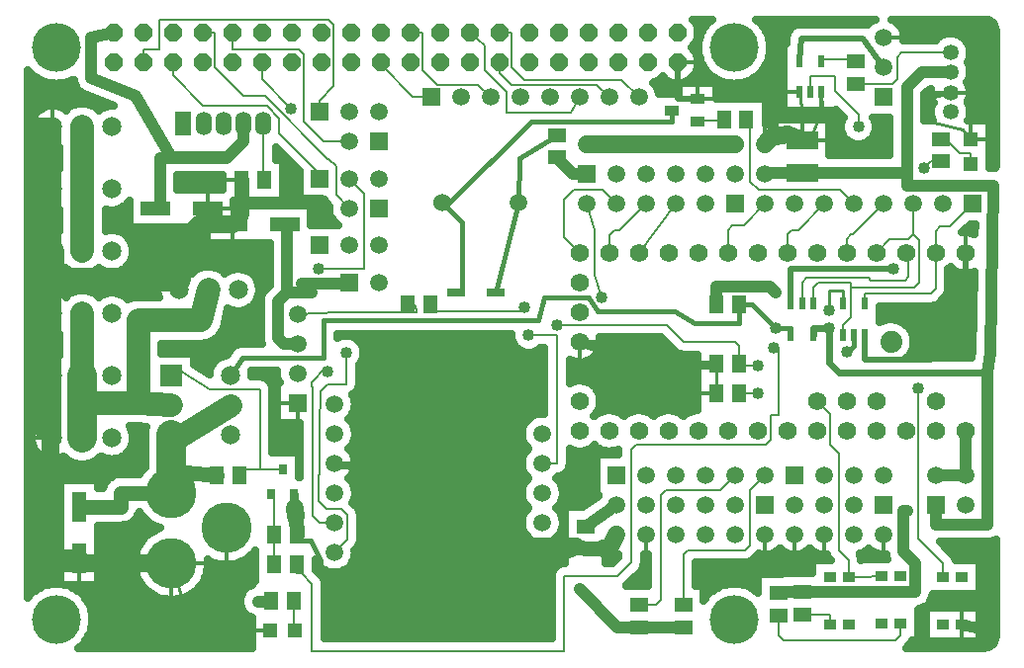
<source format=gtl>
G04 DipTrace 3.0.0.0*
G04 TeensyArbotixProRPI.gtl*
%MOIN*%
G04 #@! TF.FileFunction,Copper,L1,Top*
G04 #@! TF.Part,Single*
%AMOUTLINE0*5,1,8,0,0,0.065199,-22.499571*%
G04 #@! TA.AperFunction,ViaPad*
%ADD13C,0.04*%
G04 #@! TA.AperFunction,Conductor*
%ADD14C,0.01*%
G04 #@! TA.AperFunction,CopperBalancing*
%ADD15C,0.025*%
G04 #@! TA.AperFunction,Conductor*
%ADD16C,0.023622*%
%ADD17C,0.02*%
%ADD18C,0.008*%
%ADD19C,0.015*%
G04 #@! TA.AperFunction,ComponentPad*
%ADD20C,0.06*%
G04 #@! TA.AperFunction,ViaPad*
%ADD21C,0.05*%
G04 #@! TA.AperFunction,Conductor*
%ADD22C,0.059055*%
%ADD23C,0.051181*%
%ADD24C,0.08*%
%ADD26C,0.035433*%
%ADD28C,0.03*%
%ADD29C,0.031496*%
%ADD30C,0.1*%
%ADD31C,0.075*%
G04 #@! TA.AperFunction,CopperBalancing*
%ADD33C,0.013*%
G04 #@! TA.AperFunction,ComponentPad*
%ADD34C,0.059055*%
%ADD36R,0.05X0.1*%
%ADD37R,0.1X0.05*%
%ADD38R,0.106299X0.062992*%
%ADD39R,0.059055X0.051181*%
G04 #@! TA.AperFunction,ComponentPad*
%ADD40R,0.059055X0.059055*%
%ADD41R,0.062992X0.031496*%
G04 #@! TA.AperFunction,ComponentPad*
%ADD42C,0.17*%
%ADD45C,0.065199*%
%ADD46R,0.047244X0.047244*%
G04 #@! TA.AperFunction,ComponentPad*
%ADD47C,0.05315*%
%ADD48R,0.051181X0.033465*%
G04 #@! TA.AperFunction,ComponentPad*
%ADD49R,0.074803X0.074803*%
%ADD50C,0.074803*%
%ADD51R,0.031496X0.035433*%
%ADD52R,0.051181X0.059055*%
%ADD54R,0.03937X0.035433*%
G04 #@! TA.AperFunction,ComponentPad*
%ADD57C,0.074*%
%ADD59R,0.023622X0.043307*%
G04 #@! TA.AperFunction,ComponentPad*
%ADD60R,0.055X0.08*%
%ADD61O,0.055X0.08*%
%ADD62C,0.06194*%
G04 #@! TA.AperFunction,ViaPad*
%ADD64C,0.165*%
G04 #@! TA.AperFunction,ComponentPad*
%ADD128OUTLINE0*%
%FSLAX26Y26*%
G04*
G70*
G90*
G75*
G01*
G04 Top*
%LPD*%
X3133701Y1573701D2*
D14*
Y1641701D1*
X3181299D1*
Y1596851D1*
X2418701Y918701D2*
D13*
X2313974Y845654D1*
X1518701Y1668701D2*
X1515851Y1665851D1*
X1359551D1*
X1391701Y1633701D1*
X1308701D1*
Y1863701D1*
X1301201D1*
X1308701Y1633701D2*
X1279701Y1604701D1*
Y1481654D1*
X1299229Y1462126D1*
X1343701D1*
X2293701Y633701D2*
X2421103Y506299D1*
X2493701D1*
X2553701D1*
X2643701D1*
X3043701Y623774D2*
X3425701D1*
Y721399D1*
X3384774Y762326D1*
Y898211D1*
X3396743D1*
X2963816Y620711D2*
Y623774D1*
X3043701D1*
X3081103Y1490551D2*
D16*
Y1513701D1*
X3133701D1*
Y1397701D1*
X3167701Y1363701D1*
X3667082D1*
D13*
X3677025Y1429855D1*
X3687520Y1995701D1*
X3397701D1*
Y2038583D1*
Y2327701D1*
X3448701Y2378701D1*
X3543701D1*
X1160701Y2203701D2*
Y2144162D1*
X1105790Y2089251D1*
X880012D1*
Y1918701D1*
X866201D1*
X2318701Y2033701D2*
X2272103D1*
X2218701Y2087103D1*
Y2091299D1*
X2918701Y2033701D2*
X2923583Y2038583D1*
X3043701D1*
X2953701Y1633701D2*
X2933701Y1653701D1*
X2756299D1*
Y1593701D1*
X3667082Y1363701D2*
Y851612D1*
X3493701D1*
Y918701D1*
X1210135Y592702D2*
X1247899D1*
X1256299Y601103D1*
Y593701D1*
X1160701Y2143470D2*
X1109082Y2091851D1*
X919171D1*
X796544Y2299227D1*
X649486Y2357574D1*
Y2495679D1*
X723229Y2510630D1*
X3043701Y2038583D2*
X3397701D1*
X3318701Y2393701D2*
D17*
X3249285Y2490641D1*
X3039962D1*
X3036975Y2457591D1*
X3033226Y2416107D1*
X2894215Y1388044D2*
D18*
X2831103D1*
Y1393701D1*
Y1456299D1*
X2818701Y1468701D1*
X2643701D1*
X2586805Y1525597D1*
X2217710D1*
Y1523818D1*
X2106701Y1583701D2*
X2104570D1*
Y1572215D1*
X1805971D1*
X1784486Y1593701D1*
X1791103D1*
X3312205Y679286D2*
X3277889D1*
X3273701Y675099D1*
X3200197D1*
X2893701Y1293701D2*
X2831103D1*
X3200197Y675099D2*
Y731701D1*
X3167701Y764197D1*
Y1089701D1*
X3137701Y1119701D1*
Y1224701D1*
X3093701Y1268701D1*
X1507616Y1430777D2*
Y1326091D1*
X1446494D1*
X1422457Y1302054D1*
Y1243360D1*
X1417021Y1237924D1*
Y1020685D1*
X1416050Y1021656D1*
Y929765D1*
X1440818Y904998D1*
X1490404D1*
X1511701Y883701D1*
Y800505D1*
X1468701Y757505D1*
X1413385Y1715036D2*
X1569481D1*
Y1967921D1*
X1518701Y2018701D1*
X1443701Y1368701D2*
Y1373554D1*
X1439532D1*
Y1379958D1*
X1391824Y1332251D1*
Y1316995D1*
X1393282D1*
Y1004649D1*
X1394074Y1003857D1*
Y882066D1*
X1418634Y857505D1*
X1468701D1*
X2393701Y1768701D2*
Y1827701D1*
X2410397Y1844397D1*
X2429397D1*
X2518701Y1933701D1*
X2318701D2*
X2343701Y1843701D1*
Y1693701D1*
X2368701Y1618701D1*
X3618701Y1933701D2*
X3542701Y1857701D1*
X3509701D1*
X3493701Y1841701D1*
Y1768701D1*
Y1647701D1*
X3477701Y1631701D1*
X3256103D1*
Y1596851D1*
X3393701Y1768701D2*
X3400788D1*
Y1686622D1*
X3390295Y1676130D1*
X3275074D1*
X3267503Y1683701D1*
X3059701D1*
X3043701Y1667701D1*
Y1596851D1*
X2493701Y1768701D2*
X2618701Y1933701D1*
X2293701Y1768701D2*
X2241701Y1820701D1*
Y1947701D1*
X2274701Y1980701D1*
X2371701D1*
X2418701Y1933701D1*
X2818701Y1018701D2*
X2767701Y967701D1*
X2583701D1*
X2567701Y951701D1*
Y597103D1*
X2551701Y581103D1*
X2493701D1*
X2918701Y1018701D2*
X2867701Y967701D1*
Y781701D1*
X2851701Y765701D1*
X2659701D1*
X2643701Y749701D1*
Y581103D1*
X3081103Y1596851D2*
Y1651701D1*
X3097103Y1667701D1*
X3207701D1*
Y1651701D1*
X3421701D1*
X3437701Y1667701D1*
Y1810701D1*
X3418701Y1829701D1*
X3402701Y1813701D1*
X3338701D1*
X3293701Y1768701D1*
X3207701Y1651701D2*
Y1552103D1*
X3181299Y1525701D1*
Y1490551D1*
X3418701Y1829701D2*
Y1933701D1*
X2949546Y1448400D2*
X2954660Y1443286D1*
X2965219D1*
Y1219816D1*
X2937701D1*
Y1137701D1*
X2921701Y1121701D1*
X2483701D1*
X2467701Y1105701D1*
Y723701D1*
X2422436Y678436D1*
X2242893D1*
Y425701D1*
X1392815D1*
Y651608D1*
X1357066Y687357D1*
X1341103D1*
Y718701D1*
X3193701Y1768701D2*
Y1813701D1*
X3209701Y1829701D1*
X3214701D1*
X3318701Y1933701D1*
X3218701D2*
X3172701Y1979701D1*
X2897760D1*
X2868701Y2008760D1*
Y2236961D1*
X2856103D1*
Y2218701D1*
X3118701Y1933701D2*
X3030701Y1845701D1*
X3009701D1*
X2993701Y1829701D1*
Y1768701D1*
X3453701Y2053701D2*
X3476925Y2076925D1*
X3510040D1*
X3233701Y2193701D2*
Y2235181D1*
X3154866Y2314016D1*
Y2364348D1*
X3070628D1*
Y2309807D1*
X2793701Y1768701D2*
Y1845701D1*
X2809701Y1861701D1*
X2846701D1*
X2918701Y1933701D1*
X3006299Y1490551D2*
D19*
Y1513701D1*
X2953701D1*
X2873701Y1593701D1*
X2831103D1*
X3193701Y1433701D2*
X3198701D1*
X3218701Y1453701D1*
Y1490551D1*
X2831103Y1593701D2*
Y1532029D1*
X2682369D1*
X2615301Y1570751D1*
X2354326D1*
X2323919Y1618701D1*
X2176101D1*
X2153353Y1539701D1*
X1430809D1*
Y1415966D1*
X1156572D1*
X1118701Y1353701D1*
X607452Y737685D2*
D20*
X512765D1*
Y1168087D1*
X518701Y1143701D1*
X607452Y737685D2*
D21*
X531730D1*
D20*
X547565Y721851D1*
X918701D1*
D14*
X983874Y501731D1*
X1189030Y493701D1*
X1252362D1*
X1041201Y1918701D2*
D21*
Y1863701D1*
D20*
X1126201D1*
X1156299Y2013701D2*
D23*
Y1934208D1*
D20*
X1153070Y1898670D1*
D21*
X1126201Y1863701D1*
X943701Y1643701D2*
D20*
Y1678044D1*
Y1796470D1*
X1010932Y1863701D1*
X1041201D1*
X518701Y1773701D2*
D24*
Y1678044D1*
X943701D1*
X518701Y2193701D2*
D20*
Y1983701D1*
Y1773701D1*
Y1563701D1*
Y1353701D1*
Y1143701D1*
Y2193701D2*
X474037D1*
Y1183243D1*
X518701Y1143701D1*
X2918701Y2133701D2*
D22*
X2936773Y2159062D1*
X2995398Y2169391D1*
D20*
X3043701Y2148819D1*
X3033226Y2309807D2*
D14*
X3040505Y2258670D1*
X3043701Y2148819D1*
X3108029Y2309807D2*
X3112587Y2258356D1*
X3081221Y2176358D1*
X3043701Y2148819D1*
X3543701Y2308701D2*
X3488546Y2296105D1*
X3476502Y2293355D1*
Y2212553D1*
X3585435Y2183364D1*
X3612942Y2151314D1*
X2690701Y2286504D2*
D17*
X2623229D1*
Y2410630D1*
X3593701Y1768701D2*
Y1524523D1*
X3476515Y1407336D1*
X3256103D1*
Y1490551D1*
X3582437Y514383D2*
D26*
X3631002Y503889D1*
X3006299Y1596851D2*
D17*
X3003336Y1648486D1*
Y1714050D1*
X3351091D1*
X2318701Y2133701D2*
D22*
X2418701D1*
X2518701D1*
X2618701D1*
X2718701D1*
X2818701D1*
D20*
D3*
X2418701Y818701D2*
X2394015Y772385D1*
X2373491Y770851D1*
D23*
X2313974D1*
X2756299Y1393701D2*
D14*
Y1391900D1*
Y1293701D1*
X1341103Y818701D2*
D19*
Y797277D1*
X1386755D1*
X1421885Y732479D1*
Y697257D1*
X1932572Y689187D1*
X2132091D1*
X2259670Y746469D1*
X2313974Y770851D1*
X1468701Y1057505D2*
D17*
Y1050992D1*
X1531536Y1044377D1*
X1654343Y689187D1*
X1932572D1*
X2293701Y1468701D2*
D28*
X2362983Y1445500D1*
X2523038Y1391900D1*
X2756299D1*
X2155332Y777030D2*
D20*
X2281544D1*
D23*
X2313974Y770851D1*
X1331103Y954331D2*
D29*
X1334612Y906743D1*
D20*
X1336726Y878067D1*
D23*
X1341103Y818701D1*
X3137205Y513681D2*
D18*
Y548971D1*
X3043701D1*
X1876772Y1633701D2*
D19*
X1899701D1*
Y1869701D1*
X1830701Y1938701D1*
X1856240D1*
X2130240Y2212701D1*
X2604087D1*
Y2249103D1*
X3375197Y517869D2*
D18*
Y477701D1*
X3359197Y461701D1*
X2981701D1*
X2963816Y479586D1*
Y545908D1*
X3108029Y2416107D2*
Y2421849D1*
X3224566D1*
Y2414017D1*
X3510040Y2151729D2*
Y2166961D1*
X3573948Y2103053D1*
X3612942D1*
Y2068637D1*
X2781299Y2218701D2*
Y2213649D1*
X2690701D1*
Y2211701D1*
X3224566Y2339214D2*
X3347701D1*
X3363701Y2355214D1*
Y2427701D1*
X3379701Y2443701D1*
X3543701D1*
X1227701Y2203701D2*
Y2013701D1*
X1231103D1*
X1331103Y593701D2*
Y497638D1*
X1335040Y493701D1*
X1293701Y1037008D2*
X1216929D1*
X1158433D1*
X1134756Y1030435D1*
X1146771Y1018701D1*
X918701Y1353701D2*
X922047Y1387008D1*
X1049705Y1307773D1*
X1216929D1*
Y1037008D1*
X1266299Y818701D2*
Y718701D1*
Y944185D1*
X1261197Y949288D1*
X1256299D1*
Y954331D1*
X2168701Y1057505D2*
X2217734D1*
Y1490757D1*
X2122645D1*
X2218701Y2166103D2*
D19*
X2092055Y2087823D1*
X2086654Y1938701D1*
X2010630Y1633701D1*
X1321895Y2255645D2*
D18*
X1223229Y2354311D1*
Y2410630D1*
X1418701Y2018701D2*
X1435986D1*
X1282272Y2172415D1*
Y2221423D1*
X1240385Y2263310D1*
X1026278D1*
X923229Y2366360D1*
Y2410630D1*
X1418701Y2243701D2*
Y2282701D1*
X1465701Y2329701D1*
Y2537701D1*
X1449701Y2553701D1*
X878255D1*
Y2455701D1*
X823229D1*
Y2410630D1*
X3519445Y675801D2*
Y721671D1*
X3435914Y805202D1*
Y1311831D1*
X1518701Y2143701D2*
X1432553D1*
X1365701Y2210553D1*
Y2437701D1*
X1349701Y2453701D1*
X1123229D1*
Y2510630D1*
X1518701Y1918701D2*
X1473244Y1964158D1*
Y2059702D1*
X1447827Y2085120D1*
X1446448D1*
X1233915Y2297652D1*
X1162499D1*
X1065701Y2394450D1*
Y2510630D1*
X1023229D1*
X918701Y1253701D2*
D24*
X806979Y1262937D1*
X618701D1*
D30*
Y1353701D1*
Y1262937D2*
Y1143701D1*
X806979Y1262937D2*
D24*
Y1540743D1*
X1018723D1*
X1043701Y1643701D1*
X618701Y1563701D2*
Y1353701D1*
Y2193701D2*
Y1983701D1*
Y1773701D1*
X918701Y958071D2*
D21*
X749701D1*
Y912685D1*
X607452D1*
X1071967Y1018701D2*
D23*
X969028Y1027248D1*
X918701Y958071D1*
X1343701Y1562126D2*
D18*
X1476701Y1566701D1*
X1743701D1*
X1740701Y1590701D1*
X1716299Y1593701D1*
X918701Y1153701D2*
D30*
Y958071D1*
Y1153701D2*
D31*
X929114Y1139231D1*
X1118701Y1253701D1*
X3493701Y1018701D2*
D13*
X3593701D1*
Y1168701D1*
X1623229Y2410630D2*
D18*
Y2403226D1*
X1732753Y2293701D1*
X1793701D1*
X1723229Y2510630D2*
X1765701D1*
Y2385080D1*
X1815080Y2335701D1*
X1951701D1*
X1993701Y2293701D1*
X2293701D2*
X2264100Y2242429D1*
X2049694D1*
Y2310767D1*
X1974945Y2385516D1*
Y2467710D1*
X1923229Y2510630D1*
X2493701Y2293701D2*
X2435701Y2351701D1*
X2107701D1*
X2065701Y2393701D1*
Y2510630D1*
X2023229D1*
X2393701Y2293701D2*
X2351701Y2335701D1*
X2063701D1*
X2023229Y2376173D1*
Y2410630D1*
D13*
X2368701Y1618701D3*
X3631002Y503889D3*
X3351091Y1714050D3*
D21*
X2155332Y777030D3*
D13*
X2122645Y1490757D3*
X3435914Y1311831D3*
D64*
X2814961Y531496D3*
X531496D3*
Y2460630D3*
X2814961D3*
D13*
X3133701Y1573701D3*
X2293701Y633701D3*
X3396743Y898211D3*
X2953701Y1633701D3*
X1210135Y592702D3*
X3133701Y1513701D3*
X2894215Y1388044D3*
X2893701Y1293701D3*
X1507616Y1430777D3*
X2949546Y1448400D3*
X3453701Y2053701D3*
X3233701Y2193701D3*
X3193701Y1433701D3*
X2953701Y1513701D3*
X1321895Y2255645D3*
X1413385Y1715036D3*
X1443701Y1368701D3*
X2217710Y1523818D3*
X2106701Y1583701D3*
X2693511Y2531057D2*
D15*
X2714048D1*
X2915874D2*
X3010630D1*
X3378032D2*
X3692710D1*
X2929546Y2506188D2*
X2991538D1*
X3388091D2*
X3523032D1*
X3564360D2*
X3695151D1*
X2936675Y2481319D2*
X2987925D1*
X3599321D2*
X3695151D1*
X2676958Y2456450D2*
X2691513D1*
X2938384D2*
X2980405D1*
X3610014D2*
X3695151D1*
X2934917Y2431582D2*
X2980405D1*
X3610161D2*
X3695151D1*
X2925786Y2406713D2*
X2980405D1*
X3604936D2*
X3695151D1*
X2690727Y2381844D2*
X2720639D1*
X2909282D2*
X2980405D1*
X3611186D2*
X3695151D1*
X438725Y2356975D2*
X466587D1*
X2669097D2*
X2750034D1*
X2879888D2*
X2980405D1*
X3607524D2*
X3695151D1*
X438725Y2332107D2*
X594321D1*
X2552348D2*
X2624106D1*
X2757280D2*
X2980405D1*
X3606938D2*
X3695151D1*
X438725Y2307238D2*
X617173D1*
X2562847D2*
X2624106D1*
X2757280D2*
X2980405D1*
X3462456D2*
X3476157D1*
X3611235D2*
X3695151D1*
X438725Y2282369D2*
X677915D1*
X2922710D2*
X2980405D1*
X3458696D2*
X3481675D1*
X3605718D2*
X3695151D1*
X438725Y2257500D2*
X484800D1*
X552593D2*
X570509D1*
X666948D2*
X684800D1*
X2922710D2*
X2980405D1*
X3458696D2*
X3477622D1*
X3609819D2*
X3695151D1*
X438725Y2232631D2*
X456701D1*
X2922710D2*
X3173667D1*
X3458696D2*
X3477085D1*
X3610307D2*
X3695151D1*
X2922710Y2207763D2*
X2949546D1*
X3137847D2*
X3174399D1*
X3292973D2*
X3336704D1*
X3677544D2*
X3695138D1*
X3137847Y2182894D2*
X3173716D1*
X3293706D2*
X3336704D1*
X3677544D2*
X3695138D1*
X438725Y2158025D2*
X454652D1*
X3137847D2*
X3184848D1*
X3282573D2*
X3336704D1*
X3677544D2*
X3695138D1*
X438725Y2133156D2*
X478940D1*
X3137847D2*
X3336704D1*
X3677544D2*
X3695138D1*
X438725Y2108288D2*
X537680D1*
X3137847D2*
X3336704D1*
X3677544D2*
X3695138D1*
X438725Y2083419D2*
X537680D1*
X1272710D2*
X1308677D1*
X3677544D2*
X3695138D1*
X438725Y2058550D2*
X537680D1*
X1297710D2*
X1333530D1*
X3677544D2*
X3695138D1*
X438725Y2033681D2*
X465610D1*
X1297710D2*
X1348179D1*
X941020Y2008813D2*
X1089731D1*
X1297710D2*
X1348179D1*
X941020Y1983944D2*
X1089731D1*
X1297710D2*
X1348179D1*
X1297710Y1959075D2*
X1348179D1*
X438725Y1934206D2*
X465171D1*
X1132182D2*
X1440610D1*
X438725Y1909337D2*
X537680D1*
X699712D2*
X775180D1*
X1392192D2*
X1448813D1*
X438725Y1884469D2*
X537680D1*
X699712D2*
X775180D1*
X1392192D2*
X1457407D1*
X438725Y1859600D2*
X537680D1*
X699712D2*
X775180D1*
X3607182D2*
X3624009D1*
X438725Y1834731D2*
X479722D1*
X757671D2*
X1035190D1*
X438725Y1809862D2*
X454945D1*
X782427D2*
X1035190D1*
X791411Y1784994D2*
X1247690D1*
X790972Y1760125D2*
X1247690D1*
X438725Y1735256D2*
X456408D1*
X781011D2*
X1247690D1*
X438725Y1710387D2*
X483872D1*
X553569D2*
X569831D1*
X667632D2*
X683872D1*
X753569D2*
X916538D1*
X970854D2*
X999790D1*
X1087602D2*
X1116538D1*
X1170854D2*
X1247690D1*
X3538725D2*
X3553481D1*
X438725Y1685519D2*
X883677D1*
X1203716D2*
X1247690D1*
X3538725D2*
X3620737D1*
X438725Y1660650D2*
X872153D1*
X1215239D2*
X1247690D1*
X3538725D2*
X3620298D1*
X438725Y1635781D2*
X585093D1*
X652300D2*
X870542D1*
X3537016D2*
X3619858D1*
X438725Y1610912D2*
X463022D1*
X3519536D2*
X3619370D1*
X1187798Y1586044D2*
X1218686D1*
X3308891D2*
X3618930D1*
X1106938Y1561175D2*
X1218686D1*
X3308891D2*
X3618442D1*
X1100932Y1536306D2*
X1218686D1*
X3379790D2*
X3618003D1*
X438725Y1511437D2*
X468003D1*
X1094048D2*
X1218686D1*
X3408452D2*
X3617514D1*
X438725Y1486568D2*
X537680D1*
X1078032D2*
X1218686D1*
X1527690D2*
X2061802D1*
X3419536D2*
X3617075D1*
X438725Y1461700D2*
X537680D1*
X887993D2*
X1149106D1*
X1559770D2*
X2069370D1*
X2365337D2*
X2588120D1*
X3421391D2*
X3616587D1*
X438725Y1436831D2*
X537680D1*
X887993D2*
X1112925D1*
X1568315D2*
X2097446D1*
X2147807D2*
X2172739D1*
X2357915D2*
X2613071D1*
X3414653D2*
X3616147D1*
X438725Y1411962D2*
X475425D1*
X997124D2*
X1075425D1*
X1565483D2*
X2172739D1*
X2336284D2*
X2689731D1*
X438725Y1387093D2*
X453384D1*
X1004985D2*
X1053452D1*
X1552593D2*
X2172739D1*
X2262749D2*
X2689731D1*
X1191802Y1362225D2*
X1273179D1*
X1552593D2*
X2172739D1*
X2262749D2*
X2689731D1*
X1249956Y1337356D2*
X1277866D1*
X1552593D2*
X2172739D1*
X2262749D2*
X2280600D1*
X2306792D2*
X2689731D1*
X438725Y1312487D2*
X458262D1*
X1550395D2*
X2172739D1*
X2350151D2*
X2689731D1*
X438725Y1287618D2*
X489975D1*
X1532182D2*
X2172739D1*
X2363042D2*
X2689731D1*
X438725Y1262750D2*
X527720D1*
X1539018D2*
X2172739D1*
X2365434D2*
X2689731D1*
X438725Y1237881D2*
X527720D1*
X1536333D2*
X2172739D1*
X2358452D2*
X2384848D1*
X2402567D2*
X2484848D1*
X2502567D2*
X2584848D1*
X2602567D2*
X2684848D1*
X438725Y1213012D2*
X500376D1*
X1522661D2*
X2126889D1*
X438725Y1188143D2*
X460679D1*
X1261919D2*
X1348276D1*
X1531938D2*
X2105454D1*
X789555Y1163274D2*
X828208D1*
X1261919D2*
X1348276D1*
X1538970D2*
X2098423D1*
X792095Y1138406D2*
X827720D1*
X1261919D2*
X1348276D1*
X1536479D2*
X2100913D1*
X438725Y1113537D2*
X451823D1*
X785600D2*
X827720D1*
X1261919D2*
X1348276D1*
X1523100D2*
X2114292D1*
X438725Y1088668D2*
X471177D1*
X766216D2*
X827720D1*
X1531694D2*
X2105747D1*
X2262749D2*
X2422690D1*
X438725Y1063799D2*
X578159D1*
X659233D2*
X827720D1*
X1538921D2*
X2098472D1*
X2262749D2*
X2348179D1*
X438725Y1038931D2*
X822837D1*
X1536626D2*
X2100766D1*
X2258452D2*
X2348179D1*
X438725Y1014062D2*
X717270D1*
X1523540D2*
X2113852D1*
X2223540D2*
X2348179D1*
X438725Y989193D2*
X541440D1*
X673442D2*
X691831D1*
X1531401D2*
X2105991D1*
X2231401D2*
X2348179D1*
X438725Y964324D2*
X541440D1*
X1538872D2*
X2098520D1*
X2238872D2*
X2348179D1*
X438725Y939456D2*
X541440D1*
X1536772D2*
X2100620D1*
X2236772D2*
X2343686D1*
X438725Y914587D2*
X541440D1*
X1543413D2*
X2113413D1*
X2223979D2*
X2308042D1*
X438725Y889718D2*
X541440D1*
X1556255D2*
X2106284D1*
X438725Y864849D2*
X541440D1*
X793950D2*
X835190D1*
X1556694D2*
X2098569D1*
X438725Y839981D2*
X541440D1*
X673442D2*
X880063D1*
X1556694D2*
X2100473D1*
X438725Y815112D2*
X541440D1*
X673442D2*
X835239D1*
X1556694D2*
X2113022D1*
X2224419D2*
X2243442D1*
X438725Y790243D2*
X541440D1*
X673442D2*
X813364D1*
X1555425D2*
X2156040D1*
X2181352D2*
X2243442D1*
X3513481D2*
X3695151D1*
X438725Y765374D2*
X541440D1*
X673442D2*
X800620D1*
X1539165D2*
X2243442D1*
X3538335D2*
X3695151D1*
X438725Y740505D2*
X541440D1*
X673442D2*
X794126D1*
X1179448D2*
X1199692D1*
X1537065D2*
X2243442D1*
X2384477D2*
X2421909D1*
X2889116D2*
X3129917D1*
X3244292D2*
X3328013D1*
X3560063D2*
X3695151D1*
X438725Y715637D2*
X541440D1*
X673442D2*
X792856D1*
X1044536D2*
X1199692D1*
X1524809D2*
X2219858D1*
X2688725D2*
X3076499D1*
X3643120D2*
X3695151D1*
X438725Y690768D2*
X541440D1*
X673442D2*
X796665D1*
X1040727D2*
X1199692D1*
X1416264D2*
X1453013D1*
X1484380D2*
X2199741D1*
X2497368D2*
X2522690D1*
X2688725D2*
X3076499D1*
X3643120D2*
X3695151D1*
X438725Y665899D2*
X541440D1*
X673442D2*
X806089D1*
X1031304D2*
X1199692D1*
X1435356D2*
X2197886D1*
X2472514D2*
X2522690D1*
X2688725D2*
X2893296D1*
X3643120D2*
X3695151D1*
X438725Y641030D2*
X477573D1*
X585405D2*
X822837D1*
X1014604D2*
X1174692D1*
X1437798D2*
X2197886D1*
X2714214D2*
X2761069D1*
X2868852D2*
X2893296D1*
X3643120D2*
X3695151D1*
X620464Y616162D2*
X852329D1*
X985112D2*
X1154038D1*
X1437798D2*
X2197886D1*
X3486186D2*
X3695151D1*
X639165Y591293D2*
X1149155D1*
X1437798D2*
X2197886D1*
X3476860D2*
X3695151D1*
X649858Y566424D2*
X1155356D1*
X1437798D2*
X2197886D1*
X3439751D2*
X3458774D1*
X3643120D2*
X3695151D1*
X654595Y541555D2*
X1179233D1*
X1437798D2*
X2197886D1*
X3435893D2*
X3458774D1*
X3643120D2*
X3695151D1*
X654106Y516687D2*
X1187729D1*
X1437798D2*
X2197886D1*
X3435893D2*
X3458774D1*
X3643120D2*
X3695151D1*
X648296Y491818D2*
X1187729D1*
X1437798D2*
X2197886D1*
X3435893D2*
X3458774D1*
X3643120D2*
X3695151D1*
X636333Y466949D2*
X1187729D1*
X3435893D2*
X3458774D1*
X3643120D2*
X3694077D1*
X615532Y442080D2*
X1187729D1*
X3402202D2*
X3677768D1*
X1536519Y1152168D2*
X1534849Y1141625D1*
X1531550Y1131472D1*
X1526704Y1121961D1*
X1520430Y1113325D1*
X1514797Y1107547D1*
X1520853Y1101185D1*
X1526689Y1093075D1*
X1531273Y1084198D1*
X1534508Y1074745D1*
X1536323Y1064920D1*
X1536683Y1055006D1*
X1535583Y1045076D1*
X1533041Y1035413D1*
X1529112Y1026228D1*
X1523879Y1017717D1*
X1517456Y1010064D1*
X1514825Y1007518D1*
X1520430Y1001686D1*
X1526704Y993050D1*
X1531550Y983538D1*
X1534849Y973386D1*
X1536519Y962843D1*
Y952168D1*
X1534849Y941625D1*
X1531550Y931472D1*
X1529295Y926211D1*
X1544018Y911303D1*
X1547938Y905907D1*
X1550966Y899965D1*
X1553027Y893622D1*
X1554070Y887036D1*
X1554201Y800505D1*
X1553678Y793857D1*
X1552121Y787372D1*
X1549569Y781211D1*
X1546084Y775525D1*
X1541753Y770453D1*
X1536332Y765033D1*
X1536729Y757505D1*
X1535891Y746864D1*
X1533399Y736484D1*
X1529314Y726622D1*
X1523736Y717520D1*
X1516804Y709403D1*
X1508687Y702470D1*
X1499585Y696892D1*
X1489723Y692807D1*
X1479343Y690315D1*
X1468701Y689478D1*
X1458059Y690315D1*
X1447679Y692807D1*
X1437817Y696892D1*
X1428715Y702470D1*
X1420598Y709403D1*
X1413666Y717520D1*
X1408088Y726622D1*
X1405195Y733254D1*
X1405193Y699375D1*
X1425132Y679209D1*
X1429052Y673814D1*
X1432080Y667872D1*
X1434141Y661529D1*
X1435184Y654942D1*
X1435315Y564108D1*
Y468161D1*
X2200384Y468201D1*
X2200523Y681770D1*
X2201567Y688357D1*
X2203628Y694700D1*
X2206655Y700642D1*
X2210575Y706038D1*
X2215291Y710753D1*
X2220686Y714673D1*
X2226628Y717701D1*
X2232971Y719762D1*
X2239558Y720805D1*
X2245969Y720936D1*
X2245947Y909744D1*
X2303613D1*
X2356719Y946793D1*
X2358690Y950659D1*
X2350674Y950673D1*
Y1086728D1*
X2425234D1*
X2425201Y1105714D1*
X2415168Y1102631D1*
X2404568Y1100086D1*
X2393701Y1099231D1*
X2382834Y1100086D1*
X2372234Y1102631D1*
X2362162Y1106803D1*
X2352868Y1112499D1*
X2344578Y1119578D1*
X2343725Y1120502D1*
X2338818Y1115876D1*
X2329999Y1109468D1*
X2320286Y1104519D1*
X2309918Y1101151D1*
X2299152Y1099445D1*
X2288250D1*
X2277484Y1101151D1*
X2267116Y1104519D1*
X2260248Y1107875D1*
X2260103Y1054171D1*
X2259060Y1047584D1*
X2256999Y1041241D1*
X2253971Y1035299D1*
X2250051Y1029904D1*
X2245335Y1025188D1*
X2239940Y1021268D1*
X2233998Y1018241D1*
X2227655Y1016180D1*
X2224369Y1015527D1*
X2220430Y1013325D1*
X2214797Y1007547D1*
X2220430Y1001686D1*
X2226704Y993050D1*
X2231550Y983538D1*
X2234849Y973386D1*
X2236519Y962843D1*
Y952168D1*
X2234849Y941625D1*
X2231550Y931472D1*
X2226704Y921961D1*
X2220430Y913325D1*
X2214797Y907547D1*
X2220430Y901686D1*
X2226704Y893050D1*
X2231550Y883538D1*
X2234849Y873386D1*
X2236519Y862843D1*
Y852168D1*
X2234849Y841625D1*
X2231550Y831472D1*
X2226704Y821961D1*
X2220430Y813325D1*
X2212881Y805777D1*
X2204245Y799502D1*
X2194734Y794656D1*
X2184582Y791358D1*
X2174038Y789688D1*
X2163364D1*
X2152820Y791358D1*
X2142668Y794656D1*
X2133157Y799502D1*
X2124521Y805777D1*
X2116972Y813325D1*
X2110698Y821961D1*
X2105852Y831472D1*
X2102553Y841625D1*
X2100883Y852168D1*
Y862843D1*
X2102553Y873386D1*
X2105852Y883538D1*
X2110698Y893050D1*
X2116972Y901686D1*
X2122605Y907464D1*
X2116972Y913325D1*
X2110698Y921961D1*
X2105852Y931472D1*
X2102553Y941625D1*
X2100883Y952168D1*
Y962843D1*
X2102553Y973386D1*
X2105852Y983538D1*
X2110698Y993050D1*
X2116972Y1001686D1*
X2122605Y1007464D1*
X2116972Y1013325D1*
X2110698Y1021961D1*
X2105852Y1031472D1*
X2102553Y1041625D1*
X2100883Y1052168D1*
Y1062843D1*
X2102553Y1073386D1*
X2105852Y1083538D1*
X2110698Y1093050D1*
X2116972Y1101686D1*
X2122605Y1107464D1*
X2116972Y1113325D1*
X2110698Y1121961D1*
X2105852Y1131472D1*
X2102553Y1141625D1*
X2100883Y1152168D1*
Y1162843D1*
X2102553Y1173386D1*
X2105852Y1183538D1*
X2110698Y1193050D1*
X2116972Y1201686D1*
X2124521Y1209234D1*
X2133157Y1215508D1*
X2142668Y1220355D1*
X2152820Y1223653D1*
X2163364Y1225323D1*
X2174038D1*
X2175219Y1225184D1*
X2175234Y1448277D1*
X2162802Y1448257D1*
X2157030Y1443430D1*
X2149203Y1438634D1*
X2140722Y1435121D1*
X2131796Y1432978D1*
X2122645Y1432257D1*
X2113493Y1432978D1*
X2104567Y1435121D1*
X2096086Y1438634D1*
X2088259Y1443430D1*
X2081279Y1449392D1*
X2075317Y1456372D1*
X2070521Y1464199D1*
X2067008Y1472680D1*
X2064865Y1481606D1*
X2064145Y1490757D1*
X2064261Y1493716D1*
X1476840Y1493701D1*
X1477050Y1480657D1*
X1485229Y1484824D1*
X1493959Y1487661D1*
X1503026Y1489097D1*
X1512206D1*
X1521272Y1487661D1*
X1530003Y1484824D1*
X1538182Y1480657D1*
X1545608Y1475261D1*
X1552099Y1468770D1*
X1557495Y1461343D1*
X1561663Y1453164D1*
X1564499Y1444434D1*
X1565935Y1435367D1*
Y1426187D1*
X1564499Y1417121D1*
X1561663Y1408390D1*
X1557495Y1400211D1*
X1552099Y1392784D1*
X1550114Y1390637D1*
X1549985Y1322756D1*
X1548941Y1316169D1*
X1546881Y1309827D1*
X1543853Y1303885D1*
X1539933Y1298489D1*
X1535217Y1293773D1*
X1529811Y1289847D1*
X1529314Y1288389D1*
X1533399Y1278527D1*
X1535891Y1268147D1*
X1536729Y1257505D1*
X1535891Y1246864D1*
X1533399Y1236484D1*
X1529314Y1226622D1*
X1523736Y1217520D1*
X1516804Y1209403D1*
X1514797Y1207547D1*
X1520430Y1201686D1*
X1526704Y1193050D1*
X1531550Y1183538D1*
X1534849Y1173386D1*
X1536519Y1162843D1*
Y1152168D1*
X556452Y1001185D2*
X670952D1*
Y976234D1*
X688848Y976185D1*
X691035Y982372D1*
X695558Y991250D1*
X701415Y999311D1*
X708461Y1006357D1*
X716522Y1012214D1*
X725401Y1016738D1*
X734877Y1019817D1*
X744719Y1021375D1*
X787201Y1021571D1*
X812738D1*
X818787Y1030663D1*
X824791Y1038278D1*
X830216Y1044147D1*
X830474Y1160645D1*
X832646Y1174361D1*
X834842Y1181889D1*
X803763Y1184435D1*
X776950Y1184437D1*
X782051Y1175980D1*
X786321Y1165672D1*
X788925Y1154823D1*
X789801Y1143701D1*
X788925Y1132579D1*
X786321Y1121730D1*
X782051Y1111422D1*
X776222Y1101910D1*
X768976Y1093426D1*
X760492Y1086180D1*
X750980Y1080351D1*
X740672Y1076081D1*
X729823Y1073477D1*
X718701Y1072601D1*
X707579Y1073477D1*
X696730Y1076081D1*
X686422Y1080351D1*
X682598Y1082492D1*
X676177Y1076405D1*
X664942Y1068242D1*
X652569Y1061938D1*
X639361Y1057646D1*
X625645Y1055474D1*
X611757D1*
X598041Y1057646D1*
X584833Y1061938D1*
X572460Y1068242D1*
X561225Y1076405D1*
X554851Y1082497D1*
X547072Y1078507D1*
X537652Y1075173D1*
X527859Y1073193D1*
X517884Y1072606D1*
X507926Y1073422D1*
X498180Y1075627D1*
X488840Y1079176D1*
X480090Y1083999D1*
X472102Y1090001D1*
X465034Y1097064D1*
X459026Y1105048D1*
X454197Y1113795D1*
X450641Y1123133D1*
X448430Y1132877D1*
X447607Y1142835D1*
X448187Y1152809D1*
X450160Y1162604D1*
X453487Y1172026D1*
X458102Y1180888D1*
X463913Y1189016D1*
X470807Y1196249D1*
X478646Y1202444D1*
X487276Y1207479D1*
X496528Y1211255D1*
X506216Y1213696D1*
X516152Y1214755D1*
X526138Y1214411D1*
X530210Y1213853D1*
X530201Y1283494D1*
X520384Y1282621D1*
X510403Y1283087D1*
X500586Y1284948D1*
X491127Y1288166D1*
X482212Y1292679D1*
X474018Y1298396D1*
X466706Y1305206D1*
X460422Y1312974D1*
X455288Y1321546D1*
X451406Y1330753D1*
X448854Y1340413D1*
X447681Y1350336D1*
X447910Y1360325D1*
X449538Y1370183D1*
X452532Y1379716D1*
X456832Y1388735D1*
X462354Y1397062D1*
X468989Y1404533D1*
X476606Y1411000D1*
X485054Y1416335D1*
X494166Y1420433D1*
X503764Y1423214D1*
X513656Y1424621D1*
X523647Y1424628D1*
X533541Y1423235D1*
X540192Y1421466D1*
X540050Y1495882D1*
X530332Y1493559D1*
X520384Y1492621D1*
X510403Y1493087D1*
X500586Y1494948D1*
X491127Y1498166D1*
X482212Y1502679D1*
X474018Y1508396D1*
X466706Y1515206D1*
X460422Y1522974D1*
X455288Y1531546D1*
X451406Y1540753D1*
X448854Y1550413D1*
X447681Y1560336D1*
X447910Y1570325D1*
X449538Y1580183D1*
X452532Y1589716D1*
X456832Y1598735D1*
X462354Y1607062D1*
X468989Y1614533D1*
X476606Y1621000D1*
X485054Y1626335D1*
X494166Y1630433D1*
X503764Y1633214D1*
X513656Y1634621D1*
X523647Y1634628D1*
X533541Y1633235D1*
X543142Y1630468D1*
X552261Y1626382D1*
X560716Y1621059D1*
X563193Y1619209D1*
X572560Y1627209D1*
X583063Y1633645D1*
X594443Y1638359D1*
X606421Y1641235D1*
X618701Y1642201D1*
X630981Y1641235D1*
X642959Y1638359D1*
X654339Y1633645D1*
X664842Y1627209D1*
X674225Y1619191D1*
X681551Y1624323D1*
X691492Y1629389D1*
X702103Y1632836D1*
X713123Y1634582D1*
X724279D1*
X735299Y1632836D1*
X745910Y1629389D1*
X755851Y1624323D1*
X764877Y1617766D1*
X771803Y1610917D1*
X782721Y1615401D1*
X794699Y1618277D1*
X806979Y1619243D1*
X876950D1*
X874364Y1627966D1*
X872843Y1637841D1*
X872721Y1647832D1*
X874001Y1657742D1*
X876658Y1667374D1*
X880639Y1676538D1*
X885865Y1685055D1*
X892233Y1692754D1*
X899617Y1699485D1*
X907873Y1705114D1*
X916836Y1709530D1*
X926329Y1712646D1*
X936166Y1714400D1*
X946151Y1714759D1*
X956088Y1713713D1*
X965780Y1711286D1*
X975036Y1707523D1*
X983674Y1702500D1*
X988325Y1699341D1*
X997711Y1707319D1*
X1008229Y1713730D1*
X1019621Y1718417D1*
X1031606Y1721264D1*
X1043888Y1722201D1*
X1056166Y1721205D1*
X1068137Y1718301D1*
X1079506Y1713560D1*
X1089993Y1707099D1*
X1099218Y1699191D1*
X1106551Y1704323D1*
X1116492Y1709389D1*
X1127103Y1712836D1*
X1138123Y1714582D1*
X1149279D1*
X1160299Y1712836D1*
X1170910Y1709389D1*
X1180851Y1704323D1*
X1189877Y1697766D1*
X1197766Y1689877D1*
X1204323Y1680851D1*
X1209389Y1670910D1*
X1212836Y1660299D1*
X1214582Y1649279D1*
Y1638123D1*
X1212836Y1627103D1*
X1209389Y1616492D1*
X1204323Y1606551D1*
X1197766Y1597525D1*
X1189877Y1589636D1*
X1180851Y1583079D1*
X1170910Y1578013D1*
X1160299Y1574566D1*
X1149279Y1572820D1*
X1138123D1*
X1127103Y1574566D1*
X1116492Y1578013D1*
X1109387Y1581491D1*
X1093323Y1516307D1*
X1088582Y1504938D1*
X1082121Y1494451D1*
X1074099Y1485103D1*
X1064713Y1477125D1*
X1054195Y1470714D1*
X1042803Y1466027D1*
X1030819Y1463180D1*
X1018723Y1462243D1*
X885471D1*
X885479Y1429561D1*
X994603Y1429602D1*
Y1391956D1*
X1047803Y1358975D1*
X1049566Y1370299D1*
X1053013Y1380910D1*
X1058079Y1390851D1*
X1064636Y1399877D1*
X1072525Y1407766D1*
X1081551Y1414323D1*
X1091492Y1419389D1*
X1102103Y1422836D1*
X1107557Y1423921D1*
X1119268Y1442880D1*
X1123937Y1448385D1*
X1129410Y1453091D1*
X1135552Y1456883D1*
X1142212Y1459667D1*
X1149225Y1461376D1*
X1156572Y1461966D1*
X1224590D1*
X1221921Y1472502D1*
X1221201Y1481654D1*
X1221381Y1609291D1*
X1222817Y1618358D1*
X1225654Y1627088D1*
X1229821Y1635267D1*
X1235217Y1642694D1*
X1250178Y1657909D1*
X1250201Y1800156D1*
X1037701Y1800201D1*
Y1855211D1*
X777701Y1855201D1*
Y1944019D1*
X772766Y1937525D1*
X764877Y1929636D1*
X755851Y1923079D1*
X745910Y1918013D1*
X735299Y1914566D1*
X724279Y1912820D1*
X713123D1*
X702103Y1914566D1*
X697213Y1915945D1*
X697201Y1841465D1*
X707579Y1843925D1*
X718701Y1844801D1*
X729823Y1843925D1*
X740672Y1841321D1*
X750980Y1837051D1*
X760492Y1831222D1*
X768976Y1823976D1*
X776222Y1815492D1*
X782051Y1805980D1*
X786321Y1795672D1*
X788925Y1784823D1*
X789801Y1773701D1*
X788925Y1762579D1*
X786321Y1751730D1*
X782051Y1741422D1*
X776222Y1731910D1*
X768976Y1723426D1*
X760492Y1716180D1*
X750980Y1710351D1*
X740672Y1706081D1*
X729823Y1703477D1*
X718701Y1702601D1*
X707579Y1703477D1*
X696730Y1706081D1*
X686422Y1710351D1*
X676910Y1716180D1*
X674209Y1718193D1*
X664842Y1710193D1*
X654339Y1703757D1*
X642959Y1699043D1*
X630981Y1696167D1*
X618701Y1695201D1*
X606421Y1696167D1*
X594443Y1699043D1*
X583063Y1703757D1*
X572560Y1710193D1*
X563177Y1718211D1*
X555931Y1713128D1*
X547072Y1708507D1*
X537652Y1705173D1*
X527859Y1703193D1*
X517884Y1702606D1*
X507926Y1703422D1*
X498180Y1705627D1*
X488840Y1709176D1*
X480090Y1713999D1*
X472102Y1720001D1*
X465034Y1727064D1*
X459026Y1735048D1*
X454197Y1743795D1*
X450641Y1753133D1*
X448430Y1762877D1*
X447607Y1772835D1*
X448187Y1782809D1*
X450160Y1792604D1*
X453487Y1802026D1*
X458102Y1810888D1*
X463913Y1819016D1*
X470807Y1826249D1*
X478646Y1832444D1*
X487276Y1837479D1*
X496528Y1841255D1*
X506216Y1843696D1*
X516152Y1844755D1*
X526138Y1844411D1*
X535977Y1842670D1*
X540192Y1841466D1*
X540050Y1915882D1*
X530332Y1913559D1*
X520384Y1912621D1*
X510403Y1913087D1*
X500586Y1914948D1*
X491127Y1918166D1*
X482212Y1922679D1*
X474018Y1928396D1*
X466706Y1935206D1*
X460422Y1942974D1*
X455288Y1951546D1*
X451406Y1960753D1*
X448854Y1970413D1*
X447681Y1980336D1*
X447910Y1990325D1*
X449538Y2000183D1*
X452532Y2009716D1*
X456832Y2018735D1*
X462354Y2027062D1*
X468989Y2034533D1*
X476606Y2041000D1*
X485054Y2046335D1*
X494166Y2050433D1*
X503764Y2053214D1*
X513656Y2054621D1*
X523647Y2054628D1*
X533541Y2053235D1*
X540192Y2051466D1*
X540050Y2125882D1*
X530332Y2123559D1*
X520384Y2122621D1*
X510403Y2123087D1*
X500586Y2124948D1*
X491127Y2128166D1*
X482212Y2132679D1*
X474018Y2138396D1*
X466706Y2145206D1*
X460422Y2152974D1*
X455288Y2161546D1*
X451406Y2170753D1*
X448854Y2180413D1*
X447681Y2190336D1*
X447910Y2200325D1*
X449538Y2210183D1*
X452532Y2219716D1*
X456832Y2228735D1*
X462354Y2237062D1*
X468989Y2244533D1*
X476606Y2251000D1*
X485054Y2256335D1*
X494166Y2260433D1*
X503764Y2263214D1*
X513656Y2264621D1*
X523647Y2264628D1*
X533541Y2263235D1*
X543142Y2260468D1*
X552261Y2256382D1*
X560716Y2251059D1*
X563193Y2249209D1*
X572560Y2257209D1*
X583063Y2263645D1*
X594443Y2268359D1*
X606421Y2271235D1*
X618701Y2272201D1*
X630981Y2271235D1*
X642959Y2268359D1*
X654339Y2263645D1*
X664842Y2257209D1*
X674225Y2249191D1*
X681551Y2254323D1*
X691492Y2259389D1*
X702103Y2262836D1*
X713123Y2264582D1*
X724279D1*
X725644Y2264420D1*
X623712Y2305058D1*
X615814Y2309736D1*
X608745Y2315593D1*
X602679Y2322483D1*
X597766Y2330237D1*
X594126Y2338664D1*
X591850Y2347557D1*
X591165Y2353002D1*
X586429Y2352818D1*
X577801Y2348841D1*
X568887Y2345552D1*
X559743Y2342973D1*
X550425Y2341120D1*
X540990Y2340003D1*
X531496Y2339630D1*
X522003Y2340003D1*
X512568Y2341120D1*
X503249Y2342973D1*
X494105Y2345552D1*
X485192Y2348841D1*
X476563Y2352818D1*
X468274Y2357461D1*
X460374Y2362739D1*
X452913Y2368621D1*
X445936Y2375070D1*
X436202Y2386215D1*
X436201Y606048D1*
X445936Y617056D1*
X452913Y623505D1*
X460374Y629387D1*
X468274Y634666D1*
X476563Y639308D1*
X485192Y643286D1*
X494105Y646574D1*
X503249Y649153D1*
X512568Y651007D1*
X522003Y652123D1*
X531496Y652496D1*
X543975Y651770D1*
X543952Y1001185D1*
X556452D1*
X670952Y849183D2*
Y649185D1*
X559743Y649153D1*
X568887Y646574D1*
X577801Y643286D1*
X586429Y639308D1*
X594719Y634666D1*
X602618Y629387D1*
X610079Y623505D1*
X617056Y617056D1*
X623505Y610079D1*
X629387Y602618D1*
X634666Y594719D1*
X639308Y586429D1*
X643286Y577801D1*
X646574Y568887D1*
X649153Y559743D1*
X651007Y550425D1*
X652123Y540990D1*
X652496Y531496D1*
X652123Y522003D1*
X651007Y512568D1*
X649153Y503249D1*
X646574Y494105D1*
X643286Y485192D1*
X639308Y476563D1*
X634666Y468274D1*
X629387Y460374D1*
X623505Y452913D1*
X617056Y445936D1*
X605912Y436202D1*
X1190276Y436201D1*
X1190241Y537682D1*
X1183577Y540578D1*
X1175750Y545375D1*
X1168770Y551336D1*
X1162808Y558317D1*
X1158011Y566144D1*
X1154498Y574625D1*
X1152356Y583551D1*
X1151635Y592702D1*
X1152356Y601854D1*
X1154498Y610780D1*
X1158011Y619261D1*
X1162808Y627088D1*
X1168770Y634068D1*
X1175750Y640030D1*
X1183577Y644826D1*
X1192075Y648344D1*
X1192209Y661728D1*
X1202219D1*
X1202209Y765468D1*
X1194189Y755870D1*
X1185230Y747161D1*
X1175436Y739402D1*
X1164908Y732673D1*
X1153755Y727041D1*
X1142089Y722566D1*
X1130031Y719292D1*
X1117704Y717253D1*
X1105234Y716470D1*
X1092748Y716951D1*
X1080375Y718691D1*
X1068242Y721673D1*
X1056471Y725865D1*
X1045185Y731225D1*
X1041685Y733190D1*
X1042201Y721851D1*
X1041569Y709372D1*
X1039679Y697021D1*
X1036551Y684924D1*
X1032217Y673205D1*
X1026721Y661984D1*
X1020119Y651376D1*
X1012479Y641490D1*
X1003879Y632425D1*
X994408Y624276D1*
X984161Y617126D1*
X973245Y611048D1*
X961770Y606104D1*
X949854Y602344D1*
X937620Y599808D1*
X925191Y598521D1*
X912697Y598497D1*
X900264Y599735D1*
X888019Y602223D1*
X876089Y605935D1*
X864594Y610834D1*
X853654Y616869D1*
X843379Y623979D1*
X833876Y632090D1*
X825240Y641121D1*
X817561Y650977D1*
X810918Y661559D1*
X805378Y672758D1*
X800997Y684460D1*
X797822Y696544D1*
X795883Y708888D1*
X795202Y721364D1*
X795785Y733845D1*
X797626Y746203D1*
X800706Y758312D1*
X804994Y770048D1*
X810446Y781291D1*
X817006Y791925D1*
X824607Y801842D1*
X833171Y810940D1*
X842610Y819126D1*
X852829Y826316D1*
X863721Y832437D1*
X875176Y837427D1*
X882617Y839958D1*
X871440Y843972D1*
X862633Y848032D1*
X854172Y852770D1*
X846110Y858157D1*
X838494Y864161D1*
X831373Y870743D1*
X824791Y877864D1*
X818787Y885480D1*
X812826Y894567D1*
X810093Y893063D1*
X806280Y883857D1*
X801074Y875361D1*
X794602Y867784D1*
X787025Y861313D1*
X778529Y856106D1*
X769324Y852293D1*
X759635Y849967D1*
X749682Y849186D1*
X670941Y849185D1*
X938492Y1982201D2*
X1092203D1*
X1092209Y2030742D1*
X938554Y2030751D1*
X938512Y1982171D1*
X1129701Y1945668D2*
Y1927191D1*
X1389701Y1927201D1*
Y1861722D1*
X1481503Y1861728D1*
X1474521Y1866972D1*
X1466972Y1874521D1*
X1460698Y1883157D1*
X1455852Y1892668D1*
X1452553Y1902820D1*
X1450883Y1913364D1*
Y1924038D1*
X1451136Y1926173D1*
X1440927Y1936556D1*
X1437007Y1941952D1*
X1433975Y1947906D1*
X1424229Y1950673D1*
X1350674D1*
Y2043886D1*
X1270209Y2124373D1*
X1270201Y2081777D1*
X1295193Y2081728D1*
Y1945673D1*
X1129697D1*
X2954551Y2218815D2*
X3135351D1*
Y2097087D1*
X3339160Y2097083D1*
X3339201Y2225643D1*
X3282676Y2225673D1*
X3285825Y2220259D1*
X3289338Y2211778D1*
X3291481Y2202852D1*
X3292201Y2193701D1*
X3291481Y2184550D1*
X3289338Y2175624D1*
X3285825Y2167143D1*
X3281028Y2159316D1*
X3275067Y2152335D1*
X3268086Y2146374D1*
X3260259Y2141577D1*
X3251778Y2138064D1*
X3242852Y2135921D1*
X3233701Y2135201D1*
X3224550Y2135921D1*
X3215624Y2138064D1*
X3207143Y2141577D1*
X3199316Y2146374D1*
X3192335Y2152335D1*
X3186374Y2159316D1*
X3181577Y2167143D1*
X3178064Y2175624D1*
X3175921Y2184550D1*
X3175201Y2193701D1*
X3175921Y2202852D1*
X3178064Y2211778D1*
X3181577Y2220259D1*
X3184091Y2224670D1*
X3158315Y2250463D1*
X3158340Y2249654D1*
X2982915D1*
Y2476260D1*
X2989995D1*
X2992150Y2498782D1*
X2994013Y2506162D1*
X2997006Y2513159D1*
X3001058Y2519601D1*
X3006067Y2525331D1*
X3011911Y2530206D1*
X3018446Y2534107D1*
X3025510Y2536938D1*
X3032931Y2538628D1*
X3039962Y2539141D1*
X3253090Y2538991D1*
X3260607Y2537801D1*
X3265821Y2536497D1*
X3272660Y2543781D1*
X3280492Y2549984D1*
X3289147Y2554974D1*
X3291215Y2555924D1*
X2889482D1*
X2900521Y2546190D1*
X2906970Y2539213D1*
X2912852Y2531752D1*
X2918130Y2523852D1*
X2922773Y2515563D1*
X2926750Y2506935D1*
X2930039Y2498021D1*
X2932618Y2488877D1*
X2934471Y2479559D1*
X2935588Y2470124D1*
X2935961Y2460630D1*
X2935588Y2451137D1*
X2934471Y2441702D1*
X2932618Y2432383D1*
X2930039Y2423239D1*
X2926750Y2414325D1*
X2922773Y2405697D1*
X2918130Y2397408D1*
X2912852Y2389508D1*
X2906970Y2382047D1*
X2900521Y2375070D1*
X2893544Y2368621D1*
X2886083Y2362739D1*
X2878183Y2357461D1*
X2869894Y2352818D1*
X2861266Y2348841D1*
X2852352Y2345552D1*
X2843208Y2342973D1*
X2833889Y2341120D1*
X2824454Y2340003D1*
X2814961Y2339630D1*
X2805467Y2340003D1*
X2796032Y2341120D1*
X2786714Y2342973D1*
X2777570Y2345552D1*
X2768656Y2348841D1*
X2760028Y2352818D1*
X2751739Y2357461D1*
X2743839Y2362739D1*
X2736378Y2368621D1*
X2729401Y2375070D1*
X2722952Y2382047D1*
X2717070Y2389508D1*
X2711791Y2397408D1*
X2707149Y2405697D1*
X2703171Y2414325D1*
X2699883Y2423239D1*
X2697304Y2432383D1*
X2695451Y2441702D1*
X2694334Y2451137D1*
X2693961Y2460630D1*
X2694334Y2470124D1*
X2695451Y2479559D1*
X2697304Y2488877D1*
X2699883Y2498021D1*
X2703171Y2506935D1*
X2707149Y2515563D1*
X2711791Y2523852D1*
X2717070Y2531752D1*
X2722952Y2539213D1*
X2729401Y2546190D1*
X2740545Y2555925D1*
X2674931Y2555924D1*
X2682622Y2548109D1*
X2686173Y2543221D1*
X2688916Y2537839D1*
X2690783Y2532093D1*
X2691728Y2526126D1*
Y2495134D1*
X2690783Y2489167D1*
X2688916Y2483422D1*
X2686173Y2478039D1*
X2682622Y2473151D1*
X2670253Y2460614D1*
X2682279Y2448505D1*
X2686649Y2442424D1*
X2689759Y2435612D1*
X2691491Y2428327D1*
X2691847Y2418105D1*
X2691523Y2393169D1*
X2689835Y2385874D1*
X2686768Y2379043D1*
X2682436Y2372935D1*
X2661103Y2351579D1*
X2655022Y2347210D1*
X2648210Y2344100D1*
X2640925Y2342368D1*
X2630704Y2342012D1*
X2605768Y2342336D1*
X2598472Y2344023D1*
X2591641Y2347091D1*
X2585533Y2351423D1*
X2573234Y2363584D1*
X2560707Y2351236D1*
X2555820Y2347685D1*
X2550437Y2344943D1*
X2544691Y2343076D1*
X2541715Y2342485D1*
X2541804Y2341804D1*
X2548736Y2333687D1*
X2554314Y2324585D1*
X2558399Y2314723D1*
X2560893Y2304322D1*
X2626569Y2304335D1*
X2626611Y2341736D1*
X2754792D1*
Y2286726D1*
X2920193Y2286729D1*
Y2201719D1*
X2930568Y2200686D1*
X2940251Y2198225D1*
X2949469Y2194373D1*
X2952058Y2192981D1*
X2952051Y2218815D1*
X2954551D1*
X2382002Y761416D2*
Y720927D1*
X2404855Y720936D1*
X2425219Y741323D1*
X2425201Y750996D1*
X2415560Y750746D1*
X2405640Y751939D1*
X2396002Y754572D1*
X2386854Y758588D1*
X2381995Y761437D1*
X2968692Y772577D2*
X2961940Y766183D1*
X2953781Y760416D1*
X2944866Y755907D1*
X2935386Y752751D1*
X2925547Y751019D1*
X2915560Y750746D1*
X2905640Y751939D1*
X2899470Y753460D1*
X2879303Y733384D1*
X2873907Y729464D1*
X2867965Y726436D1*
X2861622Y724375D1*
X2855036Y723332D1*
X2764201Y723201D1*
X2686222D1*
X2686201Y645160D1*
X2711729Y645193D1*
X2711791Y594719D1*
X2717070Y602618D1*
X2722952Y610079D1*
X2729401Y617056D1*
X2736378Y623505D1*
X2743839Y629387D1*
X2751739Y634666D1*
X2760028Y639308D1*
X2768656Y643286D1*
X2777570Y646574D1*
X2786714Y649153D1*
X2796032Y651007D1*
X2805467Y652123D1*
X2814961Y652496D1*
X2824454Y652123D1*
X2833889Y651007D1*
X2843208Y649153D1*
X2852352Y646574D1*
X2861266Y643286D1*
X2869894Y639308D1*
X2878183Y634666D1*
X2886083Y629387D1*
X2895806Y621414D1*
X2895789Y684802D1*
X2975721D1*
X2975673Y687865D1*
X3079043D1*
X3079020Y731315D1*
X3140495D1*
X3133318Y739216D1*
X3129833Y744902D1*
X3127278Y751076D1*
X3115560Y750746D1*
X3105640Y751939D1*
X3096002Y754572D1*
X3086854Y758588D1*
X3078393Y763901D1*
X3070801Y770396D1*
X3068712Y772573D1*
X3061940Y766183D1*
X3053781Y760416D1*
X3044866Y755907D1*
X3035386Y752751D1*
X3025547Y751019D1*
X3015560Y750746D1*
X3005640Y751939D1*
X2996002Y754572D1*
X2986854Y758588D1*
X2978393Y763901D1*
X2970801Y770396D1*
X2968712Y772573D1*
X2525206Y750991D2*
X2515560Y750746D1*
X2510201Y751213D1*
X2510070Y720366D1*
X2509027Y713780D1*
X2506966Y707437D1*
X2503938Y701495D1*
X2500018Y696099D1*
X2452488Y648384D1*
X2450027Y646110D1*
X2450674Y645193D1*
X2525234D1*
X2525201Y750960D1*
X3327341Y751234D2*
X3318058Y750676D1*
X3308102Y751504D1*
X3298374Y753781D1*
X3289084Y757459D1*
X3280433Y762457D1*
X3272608Y768669D1*
X3268712Y772573D1*
X3261940Y766183D1*
X3253781Y760416D1*
X3244866Y755907D1*
X3236884Y753160D1*
X3239462Y747965D1*
X3241523Y741622D1*
X3242566Y735036D1*
X3242697Y731688D1*
X3254020Y735503D1*
X3332651Y735767D1*
X3329138Y744248D1*
X3327887Y748687D1*
X3386683Y2491202D2*
X3386314Y2486207D1*
X3494398Y2486201D1*
X3501438Y2493184D1*
X3509700Y2499186D1*
X3518798Y2503822D1*
X3528510Y2506978D1*
X3538595Y2508575D1*
X3548807D1*
X3558892Y2506978D1*
X3568604Y2503822D1*
X3577702Y2499186D1*
X3585964Y2493184D1*
X3593184Y2485964D1*
X3599186Y2477702D1*
X3603822Y2468604D1*
X3606978Y2458892D1*
X3608575Y2448807D1*
Y2438595D1*
X3606978Y2428510D1*
X3603822Y2418798D1*
X3600054Y2411249D1*
X3603822Y2403604D1*
X3606978Y2393892D1*
X3608575Y2383807D1*
Y2373595D1*
X3606978Y2363510D1*
X3603822Y2353798D1*
X3599186Y2344700D1*
X3598532Y2343720D1*
X3602473Y2336640D1*
X3606057Y2327314D1*
X3608171Y2317551D1*
X3608776Y2308701D1*
X3608009Y2298740D1*
X3605727Y2289014D1*
X3601982Y2279752D1*
X3600077Y2276221D1*
X3603822Y2268604D1*
X3606978Y2258892D1*
X3608575Y2248807D1*
Y2238595D1*
X3606978Y2228510D1*
X3603822Y2218798D1*
X3601283Y2213444D1*
X3675065Y2213436D1*
Y2054245D1*
X3692110Y2054021D1*
X3693208Y2053923D1*
X3697658Y2061907D1*
Y2516879D1*
X3696070Y2528957D1*
X3692479Y2537634D1*
X3686775Y2545063D1*
X3679344Y2550759D1*
X3670689Y2554341D1*
X3658634Y2555924D1*
X3346221D1*
X3353842Y2551949D1*
X3361994Y2546174D1*
X3369213Y2539267D1*
X3375342Y2531377D1*
X3380250Y2522674D1*
X3383830Y2513347D1*
X3386005Y2503596D1*
X3386729Y2493701D1*
X3386683Y2491202D1*
X1278174Y1330153D2*
X1283652D1*
X1279003Y1341105D1*
X1276511Y1351484D1*
X1275673Y1362126D1*
X1276180Y1369971D1*
X1187889Y1369966D1*
X1189582Y1359279D1*
X1189666Y1350280D1*
X1220264Y1350142D1*
X1226851Y1349099D1*
X1233193Y1347038D1*
X1239136Y1344010D1*
X1244531Y1340090D1*
X1249247Y1335375D1*
X1253167Y1329979D1*
X1256194Y1324037D1*
X1258255Y1317695D1*
X1259298Y1311108D1*
X1259429Y1220273D1*
Y1093271D1*
X1347949Y1093224D1*
Y1010558D1*
X1350790Y1010547D1*
X1350782Y1194053D1*
X1275674Y1194098D1*
Y1330153D1*
X1278174D1*
X3626621Y1865673D2*
X3610801D1*
X3582358Y1837254D1*
X3591333Y1838130D1*
X3601317Y1837752D1*
X3611144Y1835945D1*
X3620609Y1832748D1*
X3625948Y1830221D1*
X3626598Y1865679D1*
X3484959Y2215807D2*
X3481811Y2223592D1*
X3479427Y2233521D1*
X3478626Y2243701D1*
X3479427Y2253881D1*
X3481811Y2263810D1*
X3485719Y2273244D1*
X3487348Y2276153D1*
X3483161Y2284833D1*
X3480221Y2294381D1*
X3478778Y2304266D1*
X3478864Y2314256D1*
X3479663Y2320205D1*
X3472389Y2319657D1*
X3456196Y2303464D1*
X3456201Y2215836D1*
X3484932Y2215819D1*
X2692212Y1325673D2*
X2692209Y1426211D1*
X2640366Y1426332D1*
X2633780Y1427375D1*
X2627437Y1429436D1*
X2621495Y1432464D1*
X2616099Y1436384D1*
X2569213Y1483085D1*
X2361658Y1483097D1*
X2362868Y1475183D1*
X2363126Y1466202D1*
X2362049Y1456268D1*
X2359559Y1446592D1*
X2355706Y1437374D1*
X2350571Y1428803D1*
X2344259Y1421058D1*
X2336902Y1414298D1*
X2328651Y1408663D1*
X2319677Y1404270D1*
X2310166Y1401211D1*
X2300314Y1399547D1*
X2290325Y1399313D1*
X2280406Y1400515D1*
X2270763Y1403127D1*
X2261593Y1407096D1*
X2260230Y1407838D1*
X2260234Y1329576D1*
X2267116Y1332883D1*
X2277484Y1336251D1*
X2288250Y1337957D1*
X2299152D1*
X2309918Y1336251D1*
X2320286Y1332883D1*
X2329999Y1327934D1*
X2338818Y1321526D1*
X2346526Y1313818D1*
X2352934Y1304999D1*
X2357883Y1295286D1*
X2361251Y1284918D1*
X2362957Y1274152D1*
Y1263250D1*
X2361251Y1252484D1*
X2357883Y1242116D1*
X2352934Y1232403D1*
X2346526Y1223584D1*
X2341900Y1218725D1*
X2343677Y1216900D1*
X2348584Y1221526D1*
X2357403Y1227934D1*
X2367116Y1232883D1*
X2377484Y1236251D1*
X2388250Y1237957D1*
X2399152D1*
X2409918Y1236251D1*
X2420286Y1232883D1*
X2429999Y1227934D1*
X2438818Y1221526D1*
X2443677Y1216900D1*
X2448584Y1221526D1*
X2457403Y1227934D1*
X2467116Y1232883D1*
X2477484Y1236251D1*
X2488250Y1237957D1*
X2499152D1*
X2509918Y1236251D1*
X2520286Y1232883D1*
X2529999Y1227934D1*
X2538818Y1221526D1*
X2543677Y1216900D1*
X2548584Y1221526D1*
X2557403Y1227934D1*
X2567116Y1232883D1*
X2577484Y1236251D1*
X2588250Y1237957D1*
X2599152D1*
X2609918Y1236251D1*
X2620286Y1232883D1*
X2629999Y1227934D1*
X2638818Y1221526D1*
X2643677Y1216900D1*
X2648584Y1221526D1*
X2657403Y1227934D1*
X2667116Y1232883D1*
X2677484Y1236251D1*
X2688250Y1237957D1*
X2692209Y1238173D1*
Y1325683D1*
X3560625Y732017D2*
X3640623D1*
Y619584D1*
X3484027D1*
X3482585Y610118D1*
X3479748Y601388D1*
X3475580Y593208D1*
X3470185Y585782D1*
X3463694Y579291D1*
X3456267Y573895D1*
X3448088Y569728D1*
X3439358Y566891D1*
X3434835Y565993D1*
X3433382Y561585D1*
Y461652D1*
X3414462Y461437D1*
X3411434Y455495D1*
X3407514Y450099D1*
X3393809Y436209D1*
X3658626Y436201D1*
X3670689Y437788D1*
X3679366Y441380D1*
X3686794Y447084D1*
X3692493Y454516D1*
X3696074Y463171D1*
X3697659Y475227D1*
X3697648Y801732D1*
X3689469Y797565D1*
X3680738Y794728D1*
X3671671Y793292D1*
X3617082Y793112D1*
X3508146D1*
X3551762Y749272D1*
X3555682Y743877D1*
X3558710Y737935D1*
X3559869Y734792D1*
X3473760Y570600D2*
X3640622D1*
Y458167D1*
X3461260D1*
Y570600D1*
X3473760D1*
X3418968Y1462777D2*
X3417115Y1451076D1*
X3413454Y1439808D1*
X3408075Y1429252D1*
X3401112Y1419668D1*
X3395676Y1414010D1*
X3615504Y1414012D1*
X3618606Y1434763D1*
X3623637Y1706039D1*
X3614976Y1702569D1*
X3605270Y1700201D1*
X3595324Y1699250D1*
X3585344Y1699736D1*
X3575538Y1701648D1*
X3566107Y1704947D1*
X3557246Y1709565D1*
X3549140Y1715406D1*
X3543705Y1720469D1*
X3536191Y1713805D1*
X3536070Y1644366D1*
X3535027Y1637780D1*
X3532966Y1631437D1*
X3529938Y1625495D1*
X3526018Y1620099D1*
X3505303Y1599384D1*
X3499907Y1595464D1*
X3493965Y1592436D1*
X3487622Y1590375D1*
X3481036Y1589332D1*
X3390201Y1589201D1*
X3306461D1*
X3306414Y1534347D1*
X3314808Y1538454D1*
X3326076Y1542115D1*
X3337777Y1543968D1*
X3349625D1*
X3361326Y1542115D1*
X3372594Y1538454D1*
X3383150Y1533075D1*
X3392734Y1526112D1*
X3401112Y1517734D1*
X3408075Y1508150D1*
X3413454Y1497594D1*
X3417115Y1486326D1*
X3418968Y1474625D1*
Y1462777D1*
X1468701Y1057505D2*
D33*
X1536680D1*
X607452Y737685D2*
Y649234D1*
X544001Y737685D2*
X670903D1*
X1041201Y1982152D2*
Y1855250D1*
Y1918701D2*
X1129652D1*
X3043701Y2218766D2*
Y2148819D1*
X3135302D1*
X2245995Y770851D2*
X2381953D1*
X1126201Y1927152D2*
Y1800250D1*
X1037750Y1863701D2*
X1126201D1*
X2918701Y818701D2*
Y750722D1*
X2518701Y818701D2*
Y750722D1*
X2418701Y818701D2*
Y750722D1*
X3318701Y818701D2*
Y750722D1*
X3118701Y818701D2*
Y750722D1*
X3018701Y818701D2*
Y750722D1*
X2918701Y2201680D2*
Y2133701D1*
X3318701Y2493701D2*
X3386680D1*
X918701Y721851D2*
Y598399D1*
X795250Y721851D2*
X1042152D1*
X1103740Y839961D2*
Y716510D1*
X1343701Y1262126D2*
Y1194147D1*
X1275723Y1262126D2*
X1343701D1*
X2623229Y2410630D2*
Y2342037D1*
Y2410630D2*
X2691821D1*
X518701Y2054752D2*
Y1912650D1*
X447650Y1983701D2*
X518701D1*
Y1844752D2*
Y1702650D1*
X447650Y1773701D2*
X518701D1*
Y1634752D2*
Y1492650D1*
X447650Y1563701D2*
X518701D1*
Y1424752D2*
Y1282650D1*
X447650Y1353701D2*
X518701D1*
Y1214752D2*
Y1072650D1*
X447650Y1143701D2*
X518701D1*
Y2264752D2*
Y2122650D1*
X447650Y2193701D2*
X518701D1*
X943701Y1714752D2*
Y1643701D1*
X872650D2*
X943701D1*
X3612942Y2213387D2*
Y2151314D1*
X3675016D1*
X3478675Y2308701D2*
X3608727D1*
X1190289Y493701D2*
X1252362D1*
X2690701Y2341687D2*
Y2286504D1*
X2754743D1*
X2692258Y1393701D2*
X2756299D1*
X1156299Y2013701D2*
Y1945722D1*
X1092258Y2013701D2*
X1156299D1*
X2692258Y1293701D2*
X2756299D1*
X3582437Y570551D2*
Y458215D1*
Y514383D2*
X3640574D1*
X2982964Y2309807D2*
X3033226D1*
X3108029D2*
Y2249702D1*
X3593701Y1838122D2*
Y1699280D1*
X2293701Y1468701D2*
Y1399280D1*
Y1468701D2*
X2363122D1*
D34*
X1468701Y1157505D3*
Y1057505D3*
Y957505D3*
Y1257505D3*
X2168701Y1057505D3*
Y957505D3*
Y857505D3*
Y1157505D3*
X1468701Y857505D3*
Y757505D3*
D36*
X607452Y912685D3*
Y737685D3*
D37*
X866201Y1918701D3*
X1041201D3*
D38*
X3043701Y2038583D3*
Y2148819D3*
D39*
X2313974Y845654D3*
Y770851D3*
D37*
X1301201Y1863701D3*
X1126201D3*
D40*
X2918701Y918701D3*
D34*
Y818701D3*
X2818701Y918701D3*
Y818701D3*
X2718701Y918701D3*
Y818701D3*
X2618701Y918701D3*
Y818701D3*
X2518701Y918701D3*
Y818701D3*
X2418701Y918701D3*
Y818701D3*
D40*
Y1018701D3*
D34*
X2518701D3*
X2618701D3*
X2718701D3*
X2818701D3*
X2918701D3*
D40*
X3318701Y918701D3*
D34*
Y818701D3*
X3218701Y918701D3*
Y818701D3*
X3118701Y918701D3*
Y818701D3*
X3018701Y918701D3*
Y818701D3*
D40*
Y1018701D3*
D34*
X3118701D3*
X3218701D3*
X3318701D3*
D40*
X2318701Y2033701D3*
D34*
Y2133701D3*
X2418701Y2033701D3*
Y2133701D3*
X2518701Y2033701D3*
Y2133701D3*
X2618701Y2033701D3*
Y2133701D3*
X2718701Y2033701D3*
Y2133701D3*
X2818701Y2033701D3*
Y2133701D3*
X2918701Y2033701D3*
Y2133701D3*
D40*
X3318701Y2293701D3*
D34*
Y2393701D3*
Y2493701D3*
D41*
X2010630Y1633701D3*
X1876772D3*
D42*
X918701Y958071D3*
Y721851D3*
X1103740Y839961D3*
D40*
X1343701Y1262126D3*
D34*
Y1362126D3*
Y1462126D3*
Y1562126D3*
D40*
X3493701Y918701D3*
D34*
Y1018701D3*
X3593701Y918701D3*
Y1018701D3*
D128*
X723229Y2410630D3*
Y2510630D3*
X823229Y2410630D3*
Y2510630D3*
X923229Y2410630D3*
Y2510630D3*
X1023229Y2410630D3*
Y2510630D3*
X1123229Y2410630D3*
Y2510630D3*
X1223229Y2410630D3*
Y2510630D3*
X1323229Y2410630D3*
Y2510630D3*
X1423229Y2410630D3*
Y2510630D3*
X1523229Y2410630D3*
Y2510630D3*
X1623229Y2410630D3*
Y2510630D3*
X1723229Y2410630D3*
Y2510630D3*
X1823229Y2410630D3*
Y2510630D3*
X1923229Y2410630D3*
Y2510630D3*
X2023229Y2410630D3*
Y2510630D3*
X2123229Y2410630D3*
Y2510630D3*
X2223229Y2410630D3*
Y2510630D3*
X2323229Y2410630D3*
Y2510630D3*
X2423229Y2410630D3*
Y2510630D3*
X2523229Y2410630D3*
Y2510630D3*
X2623229Y2410630D3*
Y2510630D3*
D45*
X518701Y1983701D3*
X618701D3*
X718701D3*
X518701Y1773701D3*
X618701D3*
X718701D3*
X518701Y1563701D3*
X618701D3*
X718701D3*
X518701Y1353701D3*
X618701D3*
X718701D3*
X518701Y1143701D3*
X618701D3*
X718701D3*
X518701Y2193701D3*
X618701D3*
X718701D3*
X943701Y1643701D3*
X1043701D3*
X1143701D3*
X1118701Y1153701D3*
Y1253701D3*
Y1353701D3*
D40*
X1518701Y1668701D3*
D34*
X1618701D3*
D40*
X3618701Y1933701D3*
D34*
X3518701D3*
X3418701D3*
X3318701D3*
X3218701D3*
X3118701D3*
X3018701D3*
X2918701D3*
D40*
X2818701D3*
D34*
X2718701D3*
X2618701D3*
X2518701D3*
X2418701D3*
X2318701D3*
D40*
X1793701Y2293701D3*
D34*
X1893701D3*
X1993701D3*
X2093701D3*
X2193701D3*
X2293701D3*
X2393701D3*
X2493701D3*
D40*
X1418701Y1793701D3*
D34*
X1518701D3*
X1618701D3*
D40*
Y1918701D3*
D34*
X1518701D3*
D40*
X1418701Y2018701D3*
D34*
X1518701D3*
X1618701D3*
D40*
X1418701Y2243701D3*
D34*
X1518701D3*
X1618701D3*
D40*
Y2143701D3*
D34*
X1518701D3*
D46*
X3612942Y2068637D3*
Y2151314D3*
D47*
X3543701Y2243701D3*
Y2308701D3*
Y2378701D3*
Y2443701D3*
D46*
X1335040Y493701D3*
X1252362D3*
D48*
X2690701Y2211701D3*
Y2286504D3*
X2604087Y2249103D3*
D49*
X918701Y1353701D3*
D50*
Y1253701D3*
Y1153701D3*
D51*
X1256299Y954331D3*
X1331103D3*
X1293701Y1037008D3*
D52*
X1791103Y1593701D3*
X1716299D3*
X2756299Y1393701D3*
X2831103D3*
X2756299Y1593701D3*
X2831103D3*
D39*
X2218701Y2166103D3*
Y2091299D3*
D52*
X1331103Y593701D3*
X1256299D3*
X1146771Y1018701D3*
X1071967D3*
X1231103Y2013701D3*
X1156299D3*
D39*
X2643701Y506299D3*
Y581103D3*
D52*
X1341103Y718701D3*
X1266299D3*
D39*
X2493701Y506299D3*
Y581103D3*
D52*
X2781299Y2218701D3*
X2856103D3*
X1341103Y818701D3*
X1266299D3*
D39*
X3043701Y623774D3*
Y548971D3*
D52*
X2756299Y1293701D3*
X2831103D3*
D39*
X2963816Y620711D3*
Y545908D3*
X3224566Y2339214D3*
Y2414017D3*
X3510040Y2151729D3*
Y2076925D3*
D54*
X3519445Y675801D3*
Y514383D3*
X3582437D3*
Y675801D3*
D57*
X3343701Y1468701D3*
D54*
X3200197Y513681D3*
Y675099D3*
X3137205D3*
Y513681D3*
X3312205Y679286D3*
Y517869D3*
X3375197D3*
Y679286D3*
D20*
X1830701Y1938701D3*
D34*
X2086654D3*
D59*
X3033226Y2309807D3*
X3070628D3*
X3108029D3*
Y2416107D3*
X3033226D3*
D60*
X959701Y2203701D3*
D61*
X1026701D3*
X1093701D3*
X1160701D3*
X1227701D3*
D59*
X3181299Y1490551D3*
X3218701D3*
X3256103D3*
Y1596851D3*
X3181299D3*
D62*
X3593701Y1768701D3*
X3493701D3*
X3393701D3*
X3293701D3*
X3193701D3*
X3093701D3*
X2993701D3*
X2893701D3*
X2793701D3*
X2693701D3*
X2593701D3*
X2493701D3*
X2393701D3*
X2293701D3*
Y1468701D3*
Y1568701D3*
Y1668701D3*
Y1268701D3*
Y1168701D3*
X2393701D3*
X2493701D3*
X2593701D3*
X2693701D3*
X2793701D3*
X2893701D3*
X2993701D3*
X3093701D3*
X3193701D3*
X3293701D3*
X3393701D3*
X3493701D3*
X3593701D3*
X3493701Y1268701D3*
X3293701D3*
X3193701D3*
X3093701D3*
D59*
X3081103Y1596851D3*
X3043701D3*
X3006299D3*
Y1490551D3*
X3081103D3*
M02*

</source>
